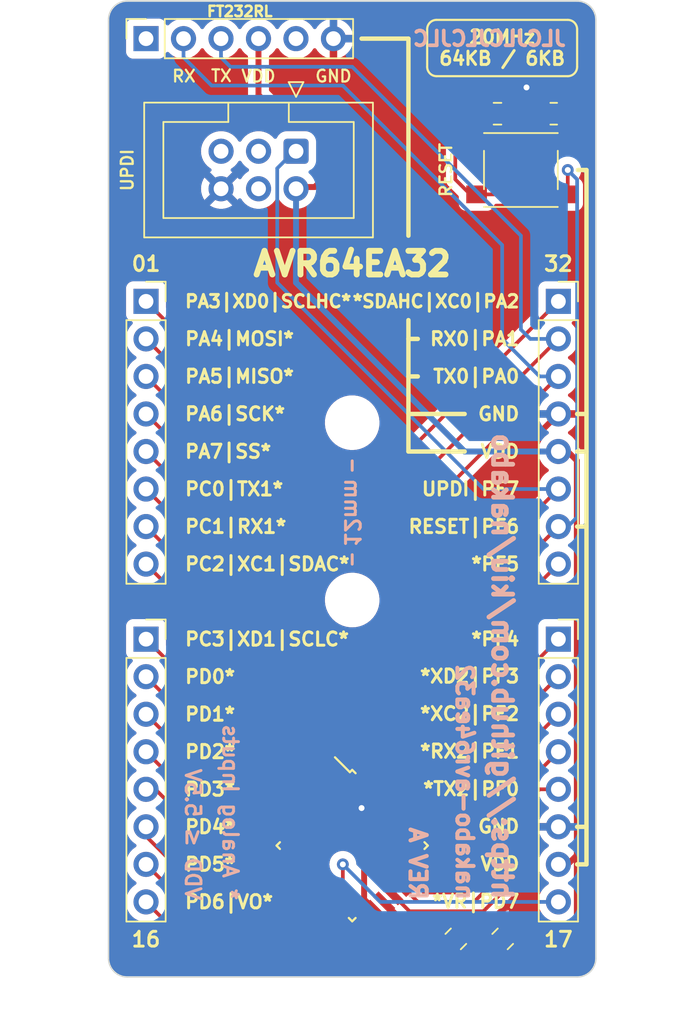
<source format=kicad_pcb>
(kicad_pcb (version 20221018) (generator pcbnew)
  (layers (0 "F.Cu" signal) (31 "B.Cu" signal) (34 "B.Paste" user) (35 "F.Paste" user) (36 "B.SilkS" user "B.Silkscreen") (37 "F.SilkS" user "F.Silkscreen") (38 "B.Mask" user) (39 "F.Mask" user) (44 "Edge.Cuts" user))
  (net 0 "")
  (net 1 "VCC")
  (net 2 "GND")
  (net 3 "PF6_RESET")
  (net 4 "PA3")
  (net 5 "PA4")
  (net 6 "PA5")
  (net 7 "PA6")
  (net 8 "PA7")
  (net 9 "PC0")
  (net 10 "PC1")
  (net 11 "PC2")
  (net 12 "PC3")
  (net 13 "PD1")
  (net 14 "PD2")
  (net 15 "PD3")
  (net 16 "PD4")
  (net 17 "PD5")
  (net 18 "PD6")
  (net 19 "PD7")
  (net 20 "PF0")
  (net 21 "PF1")
  (net 22 "PF2")
  (net 23 "PF3")
  (net 24 "PF4")
  (net 25 "PF5")
  (net 26 "PA0")
  (net 27 "PA1")
  (net 28 "PA2")
  (net 30 "Net-(R1-Pad2)")
  (net 35 "PD0")
  (net 36 "PF7_UPDI")
  (footprint "Connector_PinSocket_2.54mm:PinSocket_1x08_P2.54mm_Vertical" (layer "F.Cu") (at 134.62 96.52)
    (fp_text reference "J1" hide)
    (fp_text value "Conn_01x08")
    (fp_line (start -1.33 1.27) (end -1.33 19.11) (stroke (width 0.12)) (layer "F.SilkS"))
    (fp_line (start -1.33 1.27) (end 1.33 1.27) (stroke (width 0.12)) (layer "F.SilkS"))
    (fp_line (start -1.33 19.11) (end 1.33 19.11) (stroke (width 0.12)) (layer "F.SilkS"))
    (fp_line (start 0 -1.33) (end 1.33 -1.33) (stroke (width 0.12)) (layer "F.SilkS"))
    (fp_line (start 1.33 -1.33) (end 1.33 0) (stroke (width 0.12)) (layer "F.SilkS"))
    (fp_line (start 1.33 1.27) (end 1.33 19.11) (stroke (width 0.12)) (layer "F.SilkS"))
    (pad "1" thru_hole rect (at 0 0) (size 1.7 1.7) (drill 1) (layers "*.Cu" "*.Mask") (net 4 "PA3"))
    (pad "2" thru_hole oval (at 0 2.54) (size 1.7 1.7) (drill 1) (layers "*.Cu" "*.Mask") (net 5 "PA4"))
    (pad "3" thru_hole oval (at 0 5.08) (size 1.7 1.7) (drill 1) (layers "*.Cu" "*.Mask") (net 6 "PA5"))
    (pad "4" thru_hole oval (at 0 7.62) (size 1.7 1.7) (drill 1) (layers "*.Cu" "*.Mask") (net 7 "PA6"))
    (pad "5" thru_hole oval (at 0 10.16) (size 1.7 1.7) (drill 1) (layers "*.Cu" "*.Mask") (net 8 "PA7"))
    (pad "6" thru_hole oval (at 0 12.7) (size 1.7 1.7) (drill 1) (layers "*.Cu" "*.Mask") (net 9 "PC0"))
    (pad "7" thru_hole oval (at 0 15.24) (size 1.7 1.7) (drill 1) (layers "*.Cu" "*.Mask") (net 10 "PC1"))
    (pad "8" thru_hole oval (at 0 17.78) (size 1.7 1.7) (drill 1) (layers "*.Cu" "*.Mask") (net 11 "PC2"))
  )
  (footprint "Connector_IDC:IDC-Header_2x03_P2.54mm_Vertical" (layer "F.Cu") (at 144.785 86.36 -90)
    (fp_text reference "J5" hide)
    (fp_text value "AVR-UPDI-6")
    (fp_line (start -4.68 -0.5) (end -4.68 0.5) (stroke (width 0.12)) (layer "F.SilkS"))
    (fp_line (start -4.68 0.5) (end -3.68 0) (stroke (width 0.12)) (layer "F.SilkS"))
    (fp_line (start -3.68 0) (end -4.68 -0.5) (stroke (width 0.12)) (layer "F.SilkS"))
    (fp_line (start -3.29 -5.21) (end 5.83 -5.21) (stroke (width 0.12)) (layer "F.SilkS"))
    (fp_line (start -3.29 0.49) (end -1.98 0.49) (stroke (width 0.12)) (layer "F.SilkS"))
    (fp_line (start -3.29 10.29) (end -3.29 -5.21) (stroke (width 0.12)) (layer "F.SilkS"))
    (fp_line (start -1.98 -3.91) (end 4.52 -3.91) (stroke (width 0.12)) (layer "F.SilkS"))
    (fp_line (start -1.98 0.49) (end -1.98 -3.91) (stroke (width 0.12)) (layer "F.SilkS"))
    (fp_line (start -1.98 4.59) (end -3.29 4.59) (stroke (width 0.12)) (layer "F.SilkS"))
    (fp_line (start -1.98 4.59) (end -1.98 4.59) (stroke (width 0.12)) (layer "F.SilkS"))
    (fp_line (start -1.98 8.99) (end -1.98 4.59) (stroke (width 0.12)) (layer "F.SilkS"))
    (fp_line (start 4.52 -3.91) (end 4.52 8.99) (stroke (width 0.12)) (layer "F.SilkS"))
    (fp_line (start 4.52 8.99) (end -1.98 8.99) (stroke (width 0.12)) (layer "F.SilkS"))
    (fp_line (start 5.83 -5.21) (end 5.83 10.29) (stroke (width 0.12)) (layer "F.SilkS"))
    (fp_line (start 5.83 10.29) (end -3.29 10.29) (stroke (width 0.12)) (layer "F.SilkS"))
    (pad "1" thru_hole roundrect (at 0 0 270) (size 1.7 1.7) (drill 1) (layers "*.Cu" "*.Mask") (roundrect_rratio 0.1470588235) (net 36 "PF7_UPDI"))
    (pad "2" thru_hole circle (at 2.54 0 270) (size 1.7 1.7) (drill 1) (layers "*.Cu" "*.Mask") (net 1 "VCC"))
    (pad "3" thru_hole circle (at 0 2.54 270) (size 1.7 1.7) (drill 1) (layers "*.Cu" "*.Mask"))
    (pad "4" thru_hole circle (at 2.54 2.54 270) (size 1.7 1.7) (drill 1) (layers "*.Cu" "*.Mask"))
    (pad "5" thru_hole circle (at 0 5.08 270) (size 1.7 1.7) (drill 1) (layers "*.Cu" "*.Mask"))
    (pad "6" thru_hole circle (at 2.54 5.08 270) (size 1.7 1.7) (drill 1) (layers "*.Cu" "*.Mask") (net 2 "GND"))
  )
  (footprint "Capacitor_SMD:C_0805_2012Metric" (layer "F.Cu") (at 158.786751 139.663249 45)
    (fp_text reference "C2" hide)
    (fp_text value "1uF")
    (fp_line (start -0.261252 -0.735) (end 0.261252 -0.735) (stroke (width 0.12)) (layer "F.SilkS"))
    (fp_line (start -0.261252 0.735) (end 0.261252 0.735) (stroke (width 0.12)) (layer "F.SilkS"))
    (pad "1" smd roundrect (at -0.95 0 45) (size 1 1.45) (layers "F.Cu" "F.Paste" "F.Mask") (net 1 "VCC"))
    (pad "2" smd roundrect (at 0.95 0 45) (size 1 1.45) (layers "F.Cu" "F.Paste" "F.Mask") (net 2 "GND"))
  )
  (footprint "Capacitor_SMD:C_0805_2012Metric" (layer "F.Cu") (at 158.435 83.82)
    (fp_text reference "C3" hide)
    (fp_text value "100nF")
    (fp_line (start -0.261252 -0.735) (end 0.261252 -0.735) (stroke (width 0.12)) (layer "F.SilkS"))
    (fp_line (start -0.261252 0.735) (end 0.261252 0.735) (stroke (width 0.12)) (layer "F.SilkS"))
    (pad "1" smd roundrect (at -0.95 0) (size 1 1.45) (layers "F.Cu" "F.Paste" "F.Mask") (net 3 "PF6_RESET"))
    (pad "2" smd roundrect (at 0.95 0) (size 1 1.45) (layers "F.Cu" "F.Paste" "F.Mask") (net 2 "GND"))
  )
  (footprint "MountingHole:MountingHole_3.2mm_M3_DIN965" (layer "F.Cu") (at 148.59 104.73)
    (fp_text reference "H1" hide)
    (fp_text value "MountingHole")
    (pad "" np_thru_hole circle (at 0 0) (size 3.2 3.2) (drill 3.2) (layers "*.Cu" "*.Mask"))
  )
  (footprint "Connector_PinSocket_2.54mm:PinSocket_1x08_P2.54mm_Vertical" (layer "F.Cu") (at 162.56 119.38)
    (fp_text reference "J4" hide)
    (fp_text value "Conn_01x08")
    (fp_line (start -1.33 1.27) (end -1.33 19.11) (stroke (width 0.12)) (layer "F.SilkS"))
    (fp_line (start -1.33 1.27) (end 1.33 1.27) (stroke (width 0.12)) (layer "F.SilkS"))
    (fp_line (start -1.33 19.11) (end 1.33 19.11) (stroke (width 0.12)) (layer "F.SilkS"))
    (fp_line (start 0 -1.33) (end 1.33 -1.33) (stroke (width 0.12)) (layer "F.SilkS"))
    (fp_line (start 1.33 -1.33) (end 1.33 0) (stroke (width 0.12)) (layer "F.SilkS"))
    (fp_line (start 1.33 1.27) (end 1.33 19.11) (stroke (width 0.12)) (layer "F.SilkS"))
    (pad "1" thru_hole rect (at 0 0) (size 1.7 1.7) (drill 1) (layers "*.Cu" "*.Mask") (net 24 "PF4"))
    (pad "2" thru_hole oval (at 0 2.54) (size 1.7 1.7) (drill 1) (layers "*.Cu" "*.Mask") (net 23 "PF3"))
    (pad "3" thru_hole oval (at 0 5.08) (size 1.7 1.7) (drill 1) (layers "*.Cu" "*.Mask") (net 22 "PF2"))
    (pad "4" thru_hole oval (at 0 7.62) (size 1.7 1.7) (drill 1) (layers "*.Cu" "*.Mask") (net 21 "PF1"))
    (pad "5" thru_hole oval (at 0 10.16) (size 1.7 1.7) (drill 1) (layers "*.Cu" "*.Mask") (net 20 "PF0"))
    (pad "6" thru_hole oval (at 0 12.7) (size 1.7 1.7) (drill 1) (layers "*.Cu" "*.Mask") (net 2 "GND"))
    (pad "7" thru_hole oval (at 0 15.24) (size 1.7 1.7) (drill 1) (layers "*.Cu" "*.Mask") (net 1 "VCC"))
    (pad "8" thru_hole oval (at 0 17.78) (size 1.7 1.7) (drill 1) (layers "*.Cu" "*.Mask") (net 19 "PD7"))
  )
  (footprint "Package_QFP:TQFP-32_7x7mm_P0.8mm" (layer "F.Cu") (at 148.59 133.35 -45)
    (fp_text reference "U1" hide)
    (fp_text value "AVR64EA32")
    (fp_line (start -3.625 -3.625) (end -3.625 -3.4) (stroke (width 0.15)) (layer "F.SilkS"))
    (fp_line (start -3.625 -3.625) (end -3.3 -3.625) (stroke (width 0.15)) (layer "F.SilkS"))
    (fp_line (start -3.625 -3.4) (end -5.05 -3.4) (stroke (width 0.15)) (layer "F.SilkS"))
    (fp_line (start -3.625 3.625) (end -3.625 3.3) (stroke (width 0.15)) (layer "F.SilkS"))
    (fp_line (start -3.625 3.625) (end -3.3 3.625) (stroke (width 0.15)) (layer "F.SilkS"))
    (fp_line (start 3.625 -3.625) (end 3.3 -3.625) (stroke (width 0.15)) (layer "F.SilkS"))
    (fp_line (start 3.625 -3.625) (end 3.625 -3.3) (stroke (width 0.15)) (layer "F.SilkS"))
    (fp_line (start 3.625 3.625) (end 3.3 3.625) (stroke (width 0.15)) (layer "F.SilkS"))
    (fp_line (start 3.625 3.625) (end 3.625 3.3) (stroke (width 0.15)) (layer "F.SilkS"))
    (pad "1" smd rect (at -4.25 -2.8 315) (size 1.6 0.55) (layers "F.Cu" "F.Paste" "F.Mask") (net 4 "PA3"))
    (pad "2" smd rect (at -4.25 -2 315) (size 1.6 0.55) (layers "F.Cu" "F.Paste" "F.Mask") (net 5 "PA4"))
    (pad "3" smd rect (at -4.25 -1.2 315) (size 1.6 0.55) (layers "F.Cu" "F.Paste" "F.Mask") (net 6 "PA5"))
    (pad "4" smd rect (at -4.25 -0.4 315) (size 1.6 0.55) (layers "F.Cu" "F.Paste" "F.Mask") (net 7 "PA6"))
    (pad "5" smd rect (at -4.25 0.4 315) (size 1.6 0.55) (layers "F.Cu" "F.Paste" "F.Mask") (net 8 "PA7"))
    (pad "6" smd rect (at -4.25 1.2 315) (size 1.6 0.55) (layers "F.Cu" "F.Paste" "F.Mask") (net 9 "PC0"))
    (pad "7" smd rect (at -4.25 2 315) (size 1.6 0.55) (layers "F.Cu" "F.Paste" "F.Mask") (net 10 "PC1"))
    (pad "8" smd rect (at -4.25 2.8 315) (size 1.6 0.55) (layers "F.Cu" "F.Paste" "F.Mask") (net 11 "PC2"))
    (pad "9" smd rect (at -2.8 4.25 45) (size 1.6 0.55) (layers "F.Cu" "F.Paste" "F.Mask") (net 12 "PC3"))
    (pad "10" smd rect (at -2 4.25 45) (size 1.6 0.55) (layers "F.Cu" "F.Paste" "F.Mask") (net 35 "PD0"))
    (pad "11" smd rect (at -1.2 4.25 45) (size 1.6 0.55) (layers "F.Cu" "F.Paste" "F.Mask") (net 13 "PD1"))
    (pad "12" smd rect (at -0.4 4.25 45) (size 1.6 0.55) (layers "F.Cu" "F.Paste" "F.Mask") (net 14 "PD2"))
    (pad "13" smd rect (at 0.4 4.25 45) (size 1.6 0.55) (layers "F.Cu" "F.Paste" "F.Mask") (net 15 "PD3"))
    (pad "14" smd rect (at 1.2 4.25 45) (size 1.6 0.55) (layers "F.Cu" "F.Paste" "F.Mask") (net 16 "PD4"))
    (pad "15" smd rect (at 2 4.25 45) (size 1.6 0.55) (layers "F.Cu" "F.Paste" "F.Mask") (net 17 "PD5"))
    (pad "16" smd rect (at 2.8 4.25 45) (size 1.6 0.55) (layers "F.Cu" "F.Paste" "F.Mask") (net 18 "PD6"))
    (pad "17" smd rect (at 4.25 2.8 315) (size 1.6 0.55) (layers "F.Cu" "F.Paste" "F.Mask") (net 19 "PD7"))
    (pad "18" smd rect (at 4.25 2 315) (size 1.6 0.55) (layers "F.Cu" "F.Paste" "F.Mask") (net 1 "VCC"))
    (pad "19" smd rect (at 4.25 1.2 315) (size 1.6 0.55) (layers "F.Cu" "F.Paste" "F.Mask") (net 2 "GND"))
    (pad "20" smd rect (at 4.25 0.4 315) (size 1.6 0.55) (layers "F.Cu" "F.Paste" "F.Mask") (net 20 "PF0"))
    (pad "21" smd rect (at 4.25 -0.4 315) (size 1.6 0.55) (layers "F.Cu" "F.Paste" "F.Mask") (net 21 "PF1"))
    (pad "22" smd rect (at 4.25 -1.2 315) (size 1.6 0.55) (layers "F.Cu" "F.Paste" "F.Mask") (net 22 "PF2"))
    (pad "23" smd rect (at 4.25 -2 315) (size 1.6 0.55) (layers "F.Cu" "F.Paste" "F.Mask") (net 23 "PF3"))
    (pad "24" smd rect (at 4.25 -2.8 315) (size 1.6 0.55) (layers "F.Cu" "F.Paste" "F.Mask") (net 24 "PF4"))
    (pad "25" smd rect (at 2.8 -4.25 45) (size 1.6 0.55) (layers "F.Cu" "F.Paste" "F.Mask") (net 25 "PF5"))
    (pad "26" smd rect (at 2 -4.25 45) (size 1.6 0.55) (layers "F.Cu" "F.Paste" "F.Mask") (net 3 "PF6_RESET"))
    (pad "27" smd rect (at 1.2 -4.25 45) (size 1.6 0.55) (layers "F.Cu" "F.Paste" "F.Mask") (net 36 "PF7_UPDI"))
    (pad "28" smd rect (at 0.4 -4.25 45) (size 1.6 0.55) (layers "F.Cu" "F.Paste" "F.Mask") (net 1 "VCC"))
    (pad "29" smd rect (at -0.4 -4.25 45) (size 1.6 0.55) (layers "F.Cu" "F.Paste" "F.Mask") (net 2 "GND"))
    (pad "30" smd rect (at -1.2 -4.25 45) (size 1.6 0.55) (layers "F.Cu" "F.Paste" "F.Mask") (net 26 "PA0"))
    (pad "31" smd rect (at -2 -4.25 45) (size 1.6 0.55) (layers "F.Cu" "F.Paste" "F.Mask") (net 27 "PA1"))
    (pad "32" smd rect (at -2.8 -4.25 45) (size 1.6 0.55) (layers "F.Cu" "F.Paste" "F.Mask") (net 28 "PA2"))
  )
  (footprint "MountingHole:MountingHole_3.2mm_M3_DIN965" (layer "F.Cu") (at 148.59 116.73)
    (fp_text reference "H2" hide)
    (fp_text value "MountingHole")
    (pad "" np_thru_hole circle (at 0 0) (size 3.2 3.2) (drill 3.2) (layers "*.Cu" "*.Mask"))
  )
  (footprint "Capacitor_SMD:C_0805_2012Metric" (layer "F.Cu") (at 155.611751 139.663249 45)
    (fp_text reference "C1" hide)
    (fp_text value "100nF")
    (fp_line (start -0.261252 -0.735) (end 0.261252 -0.735) (stroke (width 0.12)) (layer "F.SilkS"))
    (fp_line (start -0.261252 0.735) (end 0.261252 0.735) (stroke (width 0.12)) (layer "F.SilkS"))
    (pad "1" smd roundrect (at -0.95 0 45) (size 1 1.45) (layers "F.Cu" "F.Paste" "F.Mask") (net 1 "VCC"))
    (pad "2" smd roundrect (at 0.95 0 45) (size 1 1.45) (layers "F.Cu" "F.Paste" "F.Mask") (net 2 "GND"))
  )
  (footprint "Connector_PinSocket_2.54mm:PinSocket_1x08_P2.54mm_Vertical" (layer "F.Cu") (at 134.62 119.38)
    (fp_text reference "J3" hide)
    (fp_text value "Conn_01x08")
    (fp_line (start -1.33 1.27) (end -1.33 19.11) (stroke (width 0.12)) (layer "F.SilkS"))
    (fp_line (start -1.33 1.27) (end 1.33 1.27) (stroke (width 0.12)) (layer "F.SilkS"))
    (fp_line (start -1.33 19.11) (end 1.33 19.11) (stroke (width 0.12)) (layer "F.SilkS"))
    (fp_line (start 0 -1.33) (end 1.33 -1.33) (stroke (width 0.12)) (layer "F.SilkS"))
    (fp_line (start 1.33 -1.33) (end 1.33 0) (stroke (width 0.12)) (layer "F.SilkS"))
    (fp_line (start 1.33 1.27) (end 1.33 19.11) (stroke (width 0.12)) (layer "F.SilkS"))
    (pad "1" thru_hole rect (at 0 0) (size 1.7 1.7) (drill 1) (layers "*.Cu" "*.Mask") (net 12 "PC3"))
    (pad "2" thru_hole oval (at 0 2.54) (size 1.7 1.7) (drill 1) (layers "*.Cu" "*.Mask") (net 35 "PD0"))
    (pad "3" thru_hole oval (at 0 5.08) (size 1.7 1.7) (drill 1) (layers "*.Cu" "*.Mask") (net 13 "PD1"))
    (pad "4" thru_hole oval (at 0 7.62) (size 1.7 1.7) (drill 1) (layers "*.Cu" "*.Mask") (net 14 "PD2"))
    (pad "5" thru_hole oval (at 0 10.16) (size 1.7 1.7) (drill 1) (layers "*.Cu" "*.Mask") (net 15 "PD3"))
    (pad "6" thru_hole oval (at 0 12.7) (size 1.7 1.7) (drill 1) (layers "*.Cu" "*.Mask") (net 16 "PD4"))
    (pad "7" thru_hole oval (at 0 15.24) (size 1.7 1.7) (drill 1) (layers "*.Cu" "*.Mask") (net 17 "PD5"))
    (pad "8" thru_hole oval (at 0 17.78) (size 1.7 1.7) (drill 1) (layers "*.Cu" "*.Mask") (net 18 "PD6"))
  )
  (footprint "kiu:SW_Push_1P1T_NO_4.5x4.5mm" (layer "F.Cu") (at 160.02 87.63 180)
    (fp_text reference "SW1" hide)
    (fp_text value "SW_Push")
    (fp_line (start -2.5 -2.5) (end 2.5 -2.5) (stroke (width 0.12)) (layer "F.SilkS"))
    (fp_line (start -2.5 -1.3) (end -2.5 1.3) (stroke (width 0.12)) (layer "F.SilkS"))
    (fp_line (start -2.5 2.5) (end 2.5 2.5) (stroke (width 0.12)) (layer "F.SilkS"))
    (fp_line (start 2.5 -1.3) (end 2.5 1.3) (stroke (width 0.12)) (layer "F.SilkS"))
    (pad "1" smd rect (at -3 -1.65 180) (size 1.4 1.2) (layers "F.Cu" "F.Paste" "F.Mask") (net 3 "PF6_RESET"))
    (pad "1" smd rect (at 3 -1.65 180) (size 1.4 1.2) (layers "F.Cu" "F.Paste" "F.Mask") (net 3 "PF6_RESET"))
    (pad "2" smd rect (at -3 1.65 180) (size 1.4 1.2) (layers "F.Cu" "F.Paste" "F.Mask") (net 30 "Net-(R1-Pad2)"))
    (pad "2" smd rect (at 3 1.65 180) (size 1.4 1.2) (layers "F.Cu" "F.Paste" "F.Mask") (net 30 "Net-(R1-Pad2)"))
  )
  (footprint "Connector_PinSocket_2.54mm:PinSocket_1x06_P2.54mm_Vertical" (layer "F.Cu") (at 134.62 78.74 90)
    (fp_text reference "J6" hide)
    (fp_text value "Conn_01x06")
    (fp_line (start -1.33 1.27) (end -1.33 14.03) (stroke (width 0.12)) (layer "F.SilkS"))
    (fp_line (start -1.33 1.27) (end 1.33 1.27) (stroke (width 0.12)) (layer "F.SilkS"))
    (fp_line (start -1.33 14.03) (end 1.33 14.03) (stroke (width 0.12)) (layer "F.SilkS"))
    (fp_line (start 0 -1.33) (end 1.33 -1.33) (stroke (width 0.12)) (layer "F.SilkS"))
    (fp_line (start 1.33 -1.33) (end 1.33 0) (stroke (width 0.12)) (layer "F.SilkS"))
    (fp_line (start 1.33 1.27) (end 1.33 14.03) (stroke (width 0.12)) (layer "F.SilkS"))
    (pad "1" thru_hole rect (at 0 0 90) (size 1.7 1.7) (drill 1) (layers "*.Cu" "*.Mask"))
    (pad "2" thru_hole oval (at 0 2.54 90) (size 1.7 1.7) (drill 1) (layers "*.Cu" "*.Mask") (net 26 "PA0"))
    (pad "3" thru_hole oval (at 0 5.08 90) (size 1.7 1.7) (drill 1) (layers "*.Cu" "*.Mask") (net 27 "PA1"))
    (pad "4" thru_hole oval (at 0 7.62 90) (size 1.7 1.7) (drill 1) (layers "*.Cu" "*.Mask") (net 1 "VCC"))
    (pad "5" thru_hole oval (at 0 10.16 90) (size 1.7 1.7) (drill 1) (layers "*.Cu" "*.Mask"))
    (pad "6" thru_hole oval (at 0 12.7 90) (size 1.7 1.7) (drill 1) (layers "*.Cu" "*.Mask") (net 2 "GND"))
  )
  (footprint "Connector_PinSocket_2.54mm:PinSocket_1x08_P2.54mm_Vertical" (layer "F.Cu") (at 162.56 96.52)
    (fp_text reference "J2" hide)
    (fp_text value "Conn_01x08")
    (fp_line (start -1.33 1.27) (end -1.33 19.11) (stroke (width 0.12)) (layer "F.SilkS"))
    (fp_line (start -1.33 1.27) (end 1.33 1.27) (stroke (width 0.12)) (layer "F.SilkS"))
    (fp_line (start -1.33 19.11) (end 1.33 19.11) (stroke (width 0.12)) (layer "F.SilkS"))
    (fp_line (start 0 -1.33) (end 1.33 -1.33) (stroke (width 0.12)) (layer "F.SilkS"))
    (fp_line (start 1.33 -1.33) (end 1.33 0) (stroke (width 0.12)) (layer "F.SilkS"))
    (fp_line (start 1.33 1.27) (end 1.33 19.11) (stroke (width 0.12)) (layer "F.SilkS"))
    (pad "1" thru_hole rect (at 0 0) (size 1.7 1.7) (drill 1) (layers "*.Cu" "*.Mask") (net 28 "PA2"))
    (pad "2" thru_hole oval (at 0 2.54) (size 1.7 1.7) (drill 1) (layers "*.Cu" "*.Mask") (net 27 "PA1"))
    (pad "3" thru_hole oval (at 0 5.08) (size 1.7 1.7) (drill 1) (layers "*.Cu" "*.Mask") (net 26 "PA0"))
    (pad "4" thru_hole oval (at 0 7.62) (size 1.7 1.7) (drill 1) (layers "*.Cu" "*.Mask") (net 2 "GND"))
    (pad "5" thru_hole oval (at 0 10.16) (size 1.7 1.7) (drill 1) (layers "*.Cu" "*.Mask") (net 1 "VCC"))
    (pad "6" thru_hole oval (at 0 12.7) (size 1.7 1.7) (drill 1) (layers "*.Cu" "*.Mask") (net 36 "PF7_UPDI"))
    (pad "7" thru_hole oval (at 0 15.24) (size 1.7 1.7) (drill 1) (layers "*.Cu" "*.Mask") (net 3 "PF6_RESET"))
    (pad "8" thru_hole oval (at 0 17.78) (size 1.7 1.7) (drill 1) (layers "*.Cu" "*.Mask") (net 25 "PF5"))
  )
  (footprint "Resistor_SMD:R_0805_2012Metric" (layer "F.Cu") (at 162.245 83.82)
    (fp_text reference "R1" hide)
    (fp_text value "330R")
    (fp_line (start -0.227064 -0.735) (end 0.227064 -0.735) (stroke (width 0.12)) (layer "F.SilkS"))
    (fp_line (start -0.227064 0.735) (end 0.227064 0.735) (stroke (width 0.12)) (layer "F.SilkS"))
    (pad "1" smd roundrect (at -0.9125 0) (size 1.025 1.4) (layers "F.Cu" "F.Paste" "F.Mask") (roundrect_rratio 0.243902439) (net 2 "GND"))
    (pad "2" smd roundrect (at 0.9125 0) (size 1.025 1.4) (layers "F.Cu" "F.Paste" "F.Mask") (roundrect_rratio 0.243902439) (net 30 "Net-(R1-Pad2)"))
  )
  (gr_line (start 148.59 113.665) (end 148.59 114.3) (stroke (width 0.2)) (layer "B.SilkS"))
  (gr_line (start 148.59 107.315) (end 148.59 107.95) (stroke (width 0.2)) (layer "B.SilkS"))
  (gr_line (start 152.4 101.6) (end 153.035 101.6) (stroke (width 0.3)) (layer "F.SilkS"))
  (gr_arc (start 154.305 81.28) (mid 153.855987 81.094013) (end 153.67 80.645) (stroke (width 0.15)) (layer "F.SilkS"))
  (gr_line (start 164.465 132.08) (end 163.83 132.08) (stroke (width 0.3)) (layer "F.SilkS"))
  (gr_line (start 163.83 106.68) (end 164.465 106.68) (stroke (width 0.3)) (layer "F.SilkS"))
  (gr_line (start 164.465 104.14) (end 163.83 104.14) (stroke (width 0.3)) (layer "F.SilkS"))
  (gr_arc (start 153.67 78.105) (mid 153.855987 77.655987) (end 154.305 77.47) (stroke (width 0.15)) (layer "F.SilkS"))
  (gr_line (start 152.4 99.06) (end 152.4 101.6) (stroke (width 0.3)) (layer "F.SilkS"))
  (gr_line (start 163.83 78.105) (end 163.83 80.645) (stroke (width 0.15)) (layer "F.SilkS"))
  (gr_line (start 152.4 104.14) (end 156.21 104.14) (stroke (width 0.3)) (layer "F.SilkS"))
  (gr_line (start 154.305 77.47) (end 163.195 77.47) (stroke (width 0.15)) (layer "F.SilkS"))
  (gr_arc (start 163.83 80.645) (mid 163.644013 81.094013) (end 163.195 81.28) (stroke (width 0.15)) (layer "F.SilkS"))
  (gr_line (start 164.465 87.63) (end 163.885 87.63) (stroke (width 0.3)) (layer "F.SilkS"))
  (gr_line (start 152.4 106.68) (end 156.21 106.68) (stroke (width 0.3)) (layer "F.SilkS"))
  (gr_line (start 164.465 106.68) (end 164.465 104.14) (stroke (width 0.3)) (layer "F.SilkS"))
  (gr_line (start 163.83 111.76) (end 164.465 111.76) (stroke (width 0.3)) (layer "F.SilkS"))
  (gr_line (start 152.4 101.6) (end 152.4 106.68) (stroke (width 0.3)) (layer "F.SilkS"))
  (gr_line (start 152.4 99.06) (end 152.4 97.79) (stroke (width 0.3)) (layer "F.SilkS"))
  (gr_line (start 149.225 78.74) (end 152.4 78.74) (stroke (width 0.3)) (layer "F.SilkS"))
  (gr_line (start 164.465 106.68) (end 164.465 134.62) (stroke (width 0.3)) (layer "F.SilkS"))
  (gr_line (start 164.465 134.62) (end 163.83 134.62) (stroke (width 0.3)) (layer "F.SilkS"))
  (gr_line (start 164.465 104.14) (end 164.465 87.63) (stroke (width 0.3)) (layer "F.SilkS"))
  (gr_arc (start 163.195 77.47) (mid 163.644013 77.655987) (end 163.83 78.105) (stroke (width 0.15)) (layer "F.SilkS"))
  (gr_line (start 152.4 92.075) (end 152.4 78.74) (stroke (width 0.3)) (layer "F.SilkS"))
  (gr_line (start 163.195 81.28) (end 154.305 81.28) (stroke (width 0.15)) (layer "F.SilkS"))
  (gr_line (start 153.67 80.645) (end 153.67 78.105) (stroke (width 0.15)) (layer "F.SilkS"))
  (gr_line (start 153.035 99.06) (end 152.4 99.06) (stroke (width 0.3)) (layer "F.SilkS"))
  (gr_arc (start 165.1 140.97) (mid 164.728026 141.868026) (end 163.83 142.24) (stroke (width 0.1)) (layer "Edge.Cuts"))
  (gr_line (start 132.08 77.47) (end 132.08 140.969999) (stroke (width 0.1)) (layer "Edge.Cuts"))
  (gr_arc (start 133.35 142.239999) (mid 132.451975 141.868025) (end 132.08 140.969999) (stroke (width 0.1)) (layer "Edge.Cuts"))
  (gr_arc (start 163.83 76.2) (mid 164.728026 76.571974) (end 165.1 77.47) (stroke (width 0.1)) (layer "Edge.Cuts"))
  (gr_line (start 133.35 142.239999) (end 163.83 142.24) (stroke (width 0.1)) (layer "Edge.Cuts"))
  (gr_line (start 163.83 76.2) (end 133.35 76.2) (stroke (width 0.1)) (layer "Edge.Cuts"))
  (gr_line (start 165.1 140.97) (end 165.1 77.47) (stroke (width 0.1)) (layer "Edge.Cuts"))
  (gr_arc (start 132.08 77.47) (mid 132.451974 76.571974) (end 133.35 76.2) (stroke (width 0.1)) (layer "Edge.Cuts"))
  (gr_text "https://github.com/kiu/nakabo" (at 158.75 137.16 270) (layer "B.SilkS") (effects (font (size 1.3 1.3) (thickness 0.325)) (justify left mirror)))
  (gr_text "12mm" (at 148.59 110.8075 270) (layer "B.SilkS") (effects (font (size 1 1) (thickness 0.2) bold) (justify mirror)))
  (gr_text "VDD ≤ 5.5V" (at 137.795 137.16 270) (layer "B.SilkS") (effects (font (size 1 1) (thickness 0.2)) (justify left mirror)))
  (gr_text "* Analog Inputs" (at 140.335 137.16 270) (layer "B.SilkS") (effects (font (size 1 1) (thickness 0.2)) (justify left mirror)))
  (gr_text "nakabo-avr64ea32" (at 156.21 137.16 270) (layer "B.SilkS") (effects (font (size 1.1 1.1) (thickness 0.275)) (justify left mirror)))
  (gr_text "JLCJLCJLCJLC" (at 163.195 78.74) (layer "B.SilkS") (effects (font (size 1 1) (thickness 0.25) bold) (justify left mirror)))
  (gr_text "REV A" (at 153.035 137.16 270) (layer "B.SilkS") (effects (font (size 1.1 1.1) (thickness 0.275)) (justify left mirror)))
  (gr_text "VDD" (at 142.24 81.28) (layer "F.SilkS") (effects (font (size 0.8 0.8))))
  (gr_text "GND" (at 160.02 132.05) (layer "F.SilkS") (effects (font (size 0.9 0.9) (thickness 0.2)) (justify right)))
  (gr_text "20MHz\n64KB / 6KB\n" (at 158.75 78.105) (layer "F.SilkS") (effects (font (size 0.9 0.9) (thickness 0.2)) (justify top)))
  (gr_text "PC3|XD1|SCLC*" (at 137.16 119.38) (layer "F.SilkS") (effects (font (size 0.9 0.9) (thickness 0.2)) (justify left)))
  (gr_text "PA6|SCK*" (at 137.16 104.14) (layer "F.SilkS") (effects (font (size 0.9 0.9) (thickness 0.2)) (justify left)))
  (gr_text "RX0|PA1" (at 160.02 99.06) (layer "F.SilkS") (effects (font (size 0.9 0.9) (thickness 0.2)) (justify right)))
  (gr_text "PD3*" (at 137.16 129.54) (layer "F.SilkS") (effects (font (size 0.9 0.9) (thickness 0.2)) (justify left)))
  (gr_text "PA5|MISO*" (at 137.16 101.6) (layer "F.SilkS") (effects (font (size 0.9 0.9) (thickness 0.2)) (justify left)))
  (gr_text "UPDI|PF7" (at 160.02 109.22) (layer "F.SilkS") (effects (font (size 0.9 0.9) (thickness 0.2)) (justify right)))
  (gr_text "PD1*" (at 137.16 124.46) (layer "F.SilkS") (effects (font (size 0.9 0.9) (thickness 0.2)) (justify left)))
  (gr_text "PA3|XD0|SCLHC*" (at 137.16 96.52) (layer "F.SilkS") (effects (font (size 0.85 0.85) (thickness 0.2)) (justify left)))
  (gr_text "17" (at 162.56 139.7) (layer "F.SilkS") (effects (font (size 1 1) (thickness 0.2))))
  (gr_text "RESET" (at 154.94 87.63 90) (layer "F.SilkS") (effects (font (size 0.8 0.8) (thickness 0.16) bold)))
  (gr_text "GND" (at 160.02 104.14) (layer "F.SilkS") (effects (font (size 0.9 0.9) (thickness 0.2)) (justify right)))
  (gr_text "*TX2|PF0" (at 160.02 129.51) (layer "F.SilkS") (effects (font (size 0.9 0.9) (thickness 0.2)) (justify right)))
  (gr_text "TX0|PA0" (at 160.02 101.6) (layer "F.SilkS") (effects (font (size 0.9 0.9) (thickness 0.2)) (justify right)))
  (gr_text "PD0*" (at 137.16 121.92) (layer "F.SilkS") (effects (font (size 0.9 0.9) (thickness 0.2)) (justify left)))
  (gr_text "PC1|RX1*" (at 137.16 111.76) (layer "F.SilkS") (effects (font (size 0.9 0.9) (thickness 0.2)) (justify left)))
  (gr_text "RX" (at 137.185 81.28) (layer "F.SilkS") (effects (font (size 0.8 0.8))))
  (gr_text "*XC2|PF2" (at 160.02 124.43) (layer "F.SilkS") (effects (font (size 0.9 0.9) (thickness 0.2)) (justify right)))
  (gr_text "RESET|PF6" (at 160.02 111.76) (layer "F.SilkS") (effects (font (size 0.9 0.9) (thickness 0.2)) (justify right)))
  (gr_text "32" (at 162.56 93.98) (layer "F.SilkS") (effects (font (size 1 1) (thickness 0.2))))
  (gr_text "PC2|XC1|SDAC*" (at 137.16 114.3) (layer "F.SilkS") (effects (font (size 0.9 0.9) (thickness 0.2)) (justify left)))
  (gr_text "FT232RL" (at 140.97 76.9) (layer "F.SilkS") (effects (font (size 0.7 0.7) (thickness 0.175) bold)))
  (gr_text "*XD2|PF3" (at 160.02 121.89) (layer "F.SilkS") (effects (font (size 0.9 0.9) (thickness 0.2)) (justify right)))
  (gr_text "UPDI" (at 133.35 87.63 90) (layer "F.SilkS") (effects (font (size 0.8 0.8) (thickness 0.16) bold)))
  (gr_text "*SDAHC|XC0|PA2" (at 160.02 96.52) (layer "F.SilkS") (effects (font (size 0.85 0.85) (thickness 0.2)) (justify right)))
  (gr_text "01" (at 134.62 93.98) (layer "F.SilkS") (effects (font (size 1 1) (thickness 0.2))))
  (gr_text "TX" (at 139.725 81.255) (layer "F.SilkS") (effects (font (size 0.8 0.8))))
  (gr_text "AVR64EA32" (at 148.59 93.98) (layer "F.SilkS") (effects (font (size 1.6 1.6) (thickness 0.4))))
  (gr_text "*PF5" (at 160.02 114.3) (layer "F.SilkS") (effects (font (size 0.9 0.9) (thickness 0.2)) (justify right)))
  (gr_text "16" (at 134.62 139.7) (layer "F.SilkS") (effects (font (size 1 1) (thickness 0.2))))
  (gr_text "PA4|MOSI*" (at 137.16 99.06) (layer "F.SilkS") (effects (font (size 0.9 0.9) (thickness 0.2)) (justify left)))
  (gr_text "*PF4" (at 160.02 119.38) (layer "F.SilkS") (effects (font (size 0.9 0.9) (thickness 0.2)) (justify right)))
  (gr_text "*VR|PD7" (at 160.02 137.13) (layer "F.SilkS") (effects (font (size 0.9 0.9) (thickness 0.2)) (justify right)))
  (gr_text "PA7|SS*" (at 137.16 106.68) (layer "F.SilkS") (effects (font (size 0.9 0.9) (thickness 0.2)) (justify left)))
  (gr_text "*RX2|PF1" (at 160.02 126.97) (layer "F.SilkS") (effects (font (size 0.9 0.9) (thickness 0.2)) (justify right)))
  (gr_text "PD6|VO*" (at 137.16 137.16) (layer "F.SilkS") (effects (font (size 0.9 0.9) (thickness 0.2)) (justify left)))
  (gr_text "PD4*" (at 137.16 132.08) (layer "F.SilkS") (effects (font (size 0.9 0.9) (thickness 0.2)) (justify left)))
  (gr_text "VDD" (at 160.02 134.59) (layer "F.SilkS") (effects (font (size 0.9 0.9) (thickness 0.2)) (justify right)))
  (gr_text "PC0|TX1*" (at 137.16 109.22) (layer "F.SilkS") (effects (font (size 0.9 0.9) (thickness 0.2)) (justify left)))
  (gr_text "PD5*" (at 137.16 134.62) (layer "F.SilkS") (effects (font (size 0.9 0.9) (thickness 0.2)) (justify left)))
  (gr_text "VDD" (at 160.02 106.68) (layer "F.SilkS") (effects (font (size 0.9 0.9) (thickness 0.2)) (justify right)))
  (gr_text "PD2*" (at 137.16 127) (layer "F.SilkS") (effects (font (size 0.9 0.9) (thickness 0.2)) (justify left)))
  (gr_text "GND" (at 147.32 81.28) (layer "F.SilkS") (effects (font (size 0.8 0.8))))
  (segment (start 149.398287 133.107399) (end 151.878047 130.627639) (width 0.4) (layer "F.Cu") (net 1))
  (segment (start 154.268249 140.371751) (end 157.443249 140.371751) (width 0.4) (layer "F.Cu") (net 1))
  (segment (start 146.685 84.455) (end 146.685 88.1475) (width 0.4) (layer "F.Cu") (net 1))
  (segment (start 143.51 83.82) (end 146.05 83.82) (width 0.4) (layer "F.Cu") (net 1))
  (segment (start 162.56 134.62) (end 163.195 134.62) (width 0.4) (layer "F.Cu") (net 1))
  (segment (start 163.81 134.005) (end 163.81 139.085) (width 0.4) (layer "F.Cu") (net 1))
  (segment (start 146.05 83.82) (end 146.685 84.455) (width 0.4) (layer "F.Cu") (net 1))
  (segment (start 146.05 88.7825) (end 144.785 88.7825) (width 0.4) (layer "F.Cu") (net 1))
  (segment (start 163.81 134.005) (end 163.81 107.295) (width 0.4) (layer "F.Cu") (net 1))
  (segment (start 152.783324 140.371751) (end 154.268249 140.371751) (width 0.4) (layer "F.Cu") (net 1))
  (segment (start 163.195 106.68) (end 162.56 106.68) (width 0.4) (layer "F.Cu") (net 1))
  (segment (start 163.81 139.085) (end 162.56 140.335) (width 0.4) (layer "F.Cu") (net 1))
  (segment (start 163.81 107.295) (end 163.195 106.68) (width 0.4) (layer "F.Cu") (net 1))
  (segment (start 157.48 140.335) (end 157.443249 140.371751) (width 0.4) (layer "F.Cu") (net 1))
  (segment (start 163.195 134.62) (end 163.81 134.005) (width 0.4) (layer "F.Cu") (net 1))
  (segment (start 146.685 88.1475) (end 146.05 88.7825) (width 0.4) (layer "F.Cu") (net 1))
  (segment (start 142.24 82.55) (end 143.51 83.82) (width 0.4) (layer "F.Cu") (net 1))
  (segment (start 142.24 78.74) (end 142.24 82.55) (width 0.4) (layer "F.Cu") (net 1))
  (segment (start 150.18099 137.769417) (end 152.783324 140.371751) (width 0.4) (layer "F.Cu") (net 1))
  (segment (start 162.56 140.335) (end 157.48 140.335) (width 0.4) (layer "F.Cu") (net 1))
  (segment (start 149.398287 136.986713) (end 149.398287 133.107399) (width 0.4) (layer "F.Cu") (net 1))
  (segment (start 150.18099 137.769417) (end 149.398287 136.986713) (width 0.4) (layer "F.Cu") (net 1))
  (segment (start 144.785 88.7825) (end 144.785 93.985) (width 0.4) (layer "B.Cu") (net 1))
  (segment (start 156.21 106.68) (end 144.78 95.25) (width 0.4) (layer "B.Cu") (net 1))
  (segment (start 144.78 93.99) (end 144.785 93.985) (width 0.4) (layer "B.Cu") (net 1))
  (segment (start 144.78 95.25) (end 144.78 93.99) (width 0.4) (layer "B.Cu") (net 1))
  (segment (start 162.56 106.68) (end 156.21 106.68) (width 0.4) (layer "B.Cu") (net 1))
  (segment (start 150.564314 130.81) (end 149.225 130.81) (width 0.4) (layer "F.Cu") (net 2))
  (segment (start 160.655 132.715) (end 160.655 138.43) (width 0.4) (layer "F.Cu") (net 2))
  (segment (start 150.746676 137.203732) (end 152.571193 139.028249) (width 0.4) (layer "F.Cu") (net 2))
  (segment (start 161.29 132.08) (end 162.56 132.08) (width 0.4) (layer "F.Cu") (net 2))
  (segment (start 153.924 112.776) (end 153.924 127.450314) (width 0.4) (layer "F.Cu") (net 2))
  (segment (start 160.056751 139.028249) (end 158.786751 139.028249) (width 0.4) (layer "F.Cu") (net 2))
  (segment (start 152.571193 139.028249) (end 155.611751 139.028249) (width 0.4) (layer "F.Cu") (net 2))
  (segment (start 161.29 132.08) (end 160.655 132.715) (width 0.4) (layer "F.Cu") (net 2))
  (segment (start 162.56 104.14) (end 153.924 112.776) (width 0.4) (layer "F.Cu") (net 2))
  (segment (start 153.924 127.450314) (end 151.312361 130.061953) (width 0.4) (layer "F.Cu") (net 2))
  (segment (start 155.611751 139.028249) (end 158.786751 139.028249) (width 0.4) (layer "F.Cu") (net 2))
  (segment (start 151.312361 130.061953) (end 150.564314 130.81) (width 0.4) (layer "F.Cu") (net 2))
  (segment (start 160.655 138.43) (end 160.056751 139.028249) (width 0.4) (layer "F.Cu") (net 2))
  (via (at 149.225 130.81) (size 0.8) (drill 0.4) (layers "F.Cu" "B.Cu") (net 2))
  (via (at 160.401 82.042) (size 0.8) (drill 0.4) (layers "F.Cu" "B.Cu") (net 2))
  (segment (start 150.495 132.08) (end 162.56 132.08) (width 0.4) (layer "B.Cu") (net 2))
  (segment (start 149.225 130.81) (end 150.495 132.08) (width 0.4) (layer "B.Cu") (net 2))
  (segment (start 155.575 88.265) (end 156.59 89.28) (width 0.25) (layer "F.Cu") (net 3))
  (segment (start 162.56 111.76) (end 155.575 118.745) (width 0.25) (layer "F.Cu") (net 3))
  (segment (start 155.575 84.455) (end 155.575 88.265) (width 0.25) (layer "F.Cu") (net 3))
  (segment (start 156.21 83.82) (end 155.575 84.455) (width 0.25) (layer "F.Cu") (net 3))
  (segment (start 156.59 89.28) (end 157.02 89.28) (width 0.25) (layer "F.Cu") (net 3))
  (segment (start 157.02 89.28) (end 163.02 89.28) (width 0.25) (layer "F.Cu") (net 3))
  (segment (start 155.575 118.745) (end 155.575 129.193427) (width 0.25) (layer "F.Cu") (net 3))
  (segment (start 163.195 89.105) (end 163.02 89.28) (width 0.25) (layer "F.Cu") (net 3))
  (segment (start 157.485 83.82) (end 156.21 83.82) (width 0.25) (layer "F.Cu") (net 3))
  (segment (start 163.195 87.63) (end 163.195 89.105) (width 0.25) (layer "F.Cu") (net 3))
  (segment (start 155.575 129.193427) (end 153.009417 131.75901) (width 0.25) (layer "F.Cu") (net 3))
  (via (at 163.195 87.63) (size 0.8) (drill 0.4) (layers "F.Cu" "B.Cu") (net 3))
  (segment (start 163.83 111.125) (end 163.83 90.17) (width 0.25) (layer "B.Cu") (net 3))
  (segment (start 162.56 111.76) (end 163.195 111.76) (width 0.25) (layer "B.Cu") (net 3))
  (segment (start 163.195 111.76) (end 163.83 111.125) (width 0.25) (layer "B.Cu") (net 3))
  (segment (start 163.83 90.17) (end 163.83 88.265) (width 0.25) (layer "B.Cu") (net 3))
  (segment (start 163.83 88.265) (end 163.195 87.63) (width 0.25) (layer "B.Cu") (net 3))
  (segment (start 134.62 96.52) (end 145.415 107.315) (width 0.25) (layer "F.Cu") (net 4))
  (segment (start 145.415 126.238) (end 147.541897 128.364897) (width 0.25) (layer "F.Cu") (net 4))
  (segment (start 147.541897 128.364897) (end 147.564695 128.364897) (width 0.25) (layer "F.Cu") (net 4))
  (segment (start 145.415 107.315) (end 145.415 126.238) (width 0.25) (layer "F.Cu") (net 4))
  (segment (start 134.62 99.06) (end 144.78 109.22) (width 0.25) (layer "F.Cu") (net 5))
  (segment (start 144.78 109.22) (end 144.78 126.711573) (width 0.25) (layer "F.Cu") (net 5))
  (segment (start 144.78 126.711573) (end 146.99901 128.930583) (width 0.25) (layer "F.Cu") (net 5))
  (segment (start 144.145 127.207944) (end 146.433324 129.496268) (width 0.25) (layer "F.Cu") (net 6))
  (segment (start 144.145 111.125) (end 144.145 127.207944) (width 0.25) (layer "F.Cu") (net 6))
  (segment (start 134.62 101.6) (end 144.145 111.125) (width 0.25) (layer "F.Cu") (net 6))
  (segment (start 143.51 127.704314) (end 145.867639 130.061953) (width 0.25) (layer "F.Cu") (net 7))
  (segment (start 134.62 104.14) (end 143.51 113.03) (width 0.25) (layer "F.Cu") (net 7))
  (segment (start 143.51 113.03) (end 143.51 127.704314) (width 0.25) (layer "F.Cu") (net 7))
  (segment (start 134.62 106.68) (end 142.875 114.935) (width 0.25) (layer "F.Cu") (net 8))
  (segment (start 142.875 128.200686) (end 145.301953 130.627639) (width 0.25) (layer "F.Cu") (net 8))
  (segment (start 142.875 114.935) (end 142.875 128.200686) (width 0.25) (layer "F.Cu") (net 8))
  (segment (start 142.24 128.697056) (end 144.736268 131.193324) (width 0.25) (layer "F.Cu") (net 9))
  (segment (start 142.24 116.84) (end 142.24 128.697056) (width 0.25) (layer "F.Cu") (net 9))
  (segment (start 134.62 109.22) (end 142.24 116.84) (width 0.25) (layer "F.Cu") (net 9))
  (segment (start 141.605 129.193427) (end 144.170583 131.75901) (width 0.25) (layer "F.Cu") (net 10))
  (segment (start 141.605 118.745) (end 141.605 129.193427) (width 0.25) (layer "F.Cu") (net 10))
  (segment (start 134.62 111.76) (end 141.605 118.745) (width 0.25) (layer "F.Cu") (net 10))
  (segment (start 140.97 129.689798) (end 143.604897 132.324695) (width 0.25) (layer "F.Cu") (net 11))
  (segment (start 140.97 120.65) (end 140.97 129.689798) (width 0.25) (layer "F.Cu") (net 11))
  (segment (start 134.62 114.3) (end 140.97 120.65) (width 0.25) (layer "F.Cu") (net 11))
  (segment (start 134.62 119.38) (end 140.335 125.095) (width 0.25) (layer "F.Cu") (net 12))
  (segment (start 140.335 131.105408) (end 143.604897 134.375305) (width 0.25) (layer "F.Cu") (net 12))
  (segment (start 140.335 125.095) (end 140.335 131.105408) (width 0.25) (layer "F.Cu") (net 12))
  (segment (start 143.717944 136.525) (end 144.736268 135.506676) (width 0.25) (layer "F.Cu") (net 13))
  (segment (start 142.24345 136.525) (end 143.717944 136.525) (width 0.25) (layer "F.Cu") (net 13))
  (segment (start 134.62 124.46) (end 139.065 128.905) (width 0.25) (layer "F.Cu") (net 13))
  (segment (start 139.065 128.905) (end 139.065 133.34655) (width 0.25) (layer "F.Cu") (net 13))
  (segment (start 139.065 133.34655) (end 142.24345 136.525) (width 0.25) (layer "F.Cu") (net 13))
  (segment (start 141.605 137.16) (end 144.214314 137.16) (width 0.25) (layer "F.Cu") (net 14))
  (segment (start 137.795 130.175) (end 137.795 133.35) (width 0.25) (layer "F.Cu") (net 14))
  (segment (start 144.214314 137.16) (end 145.301953 136.072361) (width 0.25) (layer "F.Cu") (net 14))
  (segment (start 134.62 127) (end 137.795 130.175) (width 0.25) (layer "F.Cu") (net 14))
  (segment (start 137.795 133.35) (end 141.605 137.16) (width 0.25) (layer "F.Cu") (net 14))
  (segment (start 136.525 130.81) (end 136.525 133.35) (width 0.25) (layer "F.Cu") (net 15))
  (segment (start 136.525 133.35) (end 140.97 137.795) (width 0.25) (layer "F.Cu") (net 15))
  (segment (start 140.97 137.795) (end 144.710686 137.795) (width 0.25) (layer "F.Cu") (net 15))
  (segment (start 144.710686 137.795) (end 145.867639 136.638047) (width 0.25) (layer "F.Cu") (net 15))
  (segment (start 135.255 129.54) (end 136.525 130.81) (width 0.25) (layer "F.Cu") (net 15))
  (segment (start 134.62 129.54) (end 135.255 129.54) (width 0.25) (layer "F.Cu") (net 15))
  (segment (start 145.207056 138.43) (end 140.335 138.43) (width 0.25) (layer "F.Cu") (net 16))
  (segment (start 134.62 132.715) (end 134.62 132.08) (width 0.25) (layer "F.Cu") (net 16))
  (segment (start 146.433324 137.203732) (end 145.207056 138.43) (width 0.25) (layer "F.Cu") (net 16))
  (segment (start 140.335 138.43) (end 134.62 132.715) (width 0.25) (layer "F.Cu") (net 16))
  (segment (start 145.703426 139.065) (end 146.99901 137.769417) (width 0.25) (layer "F.Cu") (net 17))
  (segment (start 134.62 134.62) (end 139.065 139.065) (width 0.25) (layer "F.Cu") (net 17))
  (segment (start 139.065 139.065) (end 145.703426 139.065) (width 0.25) (layer "F.Cu") (net 17))
  (segment (start 146.199798 139.7) (end 147.564695 138.335103) (width 0.25) (layer "F.Cu") (net 18))
  (segment (start 134.62 137.16) (end 137.16 139.7) (width 0.25) (layer "F.Cu") (net 18))
  (segment (start 137.16 139.7) (end 146.199798 139.7) (width 0.25) (layer "F.Cu") (net 18))
  (segment (start 149.615305 138.335103) (end 148.197601 136.917399) (width 0.25) (layer "F.Cu") (net 19))
  (segment (start 148.197601 136.917399) (end 147.955 136.674798) (width 0.25) (layer "F.Cu") (net 19))
  (segment (start 147.955 136.674798) (end 147.955 134.62) (width 0.25) (layer "F.Cu") (net 19))
  (via (at 147.955 134.62) (size 0.8) (drill 0.4) (layers "F.Cu" "B.Cu") (net 19))
  (segment (start 162.56 137.16) (end 150.495 137.16) (width 0.25) (layer "B.Cu") (net 19))
  (segment (start 150.495 137.16) (end 147.955 134.62) (width 0.25) (layer "B.Cu") (net 19))
  (segment (start 151.312361 136.638047) (end 152.469314 137.795) (width 0.25) (layer "F.Cu") (net 20))
  (segment (start 159.385 135.89) (end 159.385 131.445) (width 0.25) (layer "F.Cu") (net 20))
  (segment (start 161.29 129.54) (end 162.56 129.54) (width 0.25) (layer "F.Cu") (net 20))
  (segment (start 152.469314 137.795) (end 157.48 137.795) (width 0.25) (layer "F.Cu") (net 20))
  (segment (start 159.385 131.445) (end 161.29 129.54) (width 0.25) (layer "F.Cu") (net 20))
  (segment (start 157.48 137.795) (end 159.385 135.89) (width 0.25) (layer "F.Cu") (net 20))
  (segment (start 162.56 127) (end 158.75 130.81) (width 0.25) (layer "F.Cu") (net 21))
  (segment (start 153.035 137.16) (end 151.947361 136.072361) (width 0.25) (layer "F.Cu") (net 21))
  (segment (start 158.75 135.255) (end 156.845 137.16) (width 0.25) (layer "F.Cu") (net 21))
  (segment (start 156.845 137.16) (end 153.035 137.16) (width 0.25) (layer "F.Cu") (net 21))
  (segment (start 158.75 130.81) (end 158.75 135.255) (width 0.25) (layer "F.Cu") (net 21))
  (segment (start 151.947361 136.072361) (end 151.878047 136.072361) (width 0.25) (layer "F.Cu") (net 21))
  (segment (start 156.21 136.525) (end 153.462056 136.525) (width 0.25) (layer "F.Cu") (net 22))
  (segment (start 158.115 134.62) (end 156.21 136.525) (width 0.25) (layer "F.Cu") (net 22))
  (segment (start 153.462056 136.525) (end 152.443732 135.506676) (width 0.25) (layer "F.Cu") (net 22))
  (segment (start 158.115 128.905) (end 158.115 134.62) (width 0.25) (layer "F.Cu") (net 22))
  (segment (start 162.56 124.46) (end 158.115 128.905) (width 0.25) (layer "F.Cu") (net 22))
  (segment (start 153.958427 135.89) (end 153.009417 134.94099) (width 0.25) (layer "F.Cu") (net 23))
  (segment (start 157.48 133.985) (end 155.575 135.89) (width 0.25) (layer "F.Cu") (net 23))
  (segment (start 155.575 135.89) (end 153.958427 135.89) (width 0.25) (layer "F.Cu") (net 23))
  (segment (start 162.56 121.92) (end 157.48 127) (width 0.25) (layer "F.Cu") (net 23))
  (segment (start 157.48 127) (end 157.48 133.985) (width 0.25) (layer "F.Cu") (net 23))
  (segment (start 162.56 119.38) (end 156.845 125.095) (width 0.25) (layer "F.Cu") (net 24))
  (segment (start 153.575103 134.375305) (end 156.845 131.105408) (width 0.25) (layer "F.Cu") (net 24))
  (segment (start 156.845 131.105408) (end 156.845 125.095) (width 0.25) (layer "F.Cu") (net 24))
  (segment (start 156.21 120.65) (end 156.21 129.689798) (width 0.25) (layer "F.Cu") (net 25))
  (segment (start 162.56 114.3) (end 156.21 120.65) (width 0.25) (layer "F.Cu") (net 25))
  (segment (start 156.21 129.689798) (end 153.575103 132.324695) (width 0.25) (layer "F.Cu") (net 25))
  (segment (start 150.746676 129.496268) (end 153.035 127.207944) (width 0.25) (layer "F.Cu") (net 26))
  (segment (start 162.56 101.6) (end 153.035 111.125) (width 0.25) (layer "F.Cu") (net 26))
  (segment (start 153.035 127.207944) (end 153.035 111.125) (width 0.25) (layer "F.Cu") (net 26))
  (segment (start 137.16 80.01) (end 139.065 81.915) (width 0.25) (layer "B.Cu") (net 26))
  (segment (start 158.75 92.71) (end 158.75 99.06) (width 0.25) (layer "B.Cu") (net 26))
  (segment (start 139.065 81.915) (end 147.955 81.915) (width 0.25) (layer "B.Cu") (net 26))
  (segment (start 161.29 101.6) (end 162.56 101.6) (width 0.25) (layer "B.Cu") (net 26))
  (segment (start 137.16 78.74) (end 137.16 80.01) (width 0.25) (layer "B.Cu") (net 26))
  (segment (start 147.955 81.915) (end 158.75 92.71) (width 0.25) (layer "B.Cu") (net 26))
  (segment (start 158.75 99.06) (end 161.29 101.6) (width 0.25) (layer "B.Cu") (net 26))
  (segment (start 152.4 126.711573) (end 150.18099 128.930583) (width 0.25) (layer "F.Cu") (net 27))
  (segment (start 162.56 99.06) (end 152.4 109.22) (width 0.25) (layer "F.Cu") (net 27))
  (segment (start 152.4 109.22) (end 152.4 126.711573) (width 0.25) (layer "F.Cu") (net 27))
  (segment (start 160.02 92.075) (end 160.02 98.425) (width 0.25) (layer "B.Cu") (net 27))
  (segment (start 139.7 78.74) (end 139.7 80.01) (width 0.25) (layer "B.Cu") (net 27))
  (segment (start 148.59 80.645) (end 160.02 92.075) (width 0.25) (layer "B.Cu") (net 27))
  (segment (start 139.7 80.01) (end 140.335 80.645) (width 0.25) (layer "B.Cu") (net 27))
  (segment (start 160.655 99.06) (end 162.56 99.06) (width 0.25) (layer "B.Cu") (net 27))
  (segment (start 140.335 80.645) (end 148.59 80.645) (width 0.25) (layer "B.Cu") (net 27))
  (segment (start 160.02 98.425) (end 160.655 99.06) (width 0.25) (layer "B.Cu") (net 27))
  (segment (start 162.56 96.52) (end 151.765 107.315) (width 0.25) (layer "F.Cu") (net 28))
  (segment (start 151.765 126.238) (end 149.638103 128.364897) (width 0.25) (layer "F.Cu") (net 28))
  (segment (start 149.638103 128.364897) (end 149.615305 128.364897) (width 0.25) (layer "F.Cu") (net 28))
  (segment (start 151.765 107.315) (end 151.765 126.238) (width 0.25) (layer "F.Cu") (net 28))
  (segment (start 157.02 85.98) (end 163.02 85.98) (width 0.25) (layer "F.Cu") (net 30))
  (segment (start 163.1575 85.8425) (end 163.02 85.98) (width 0.25) (layer "F.Cu") (net 30))
  (segment (start 163.1575 83.82) (end 163.1575 85.8425) (width 0.25) (layer "F.Cu") (net 30))
  (segment (start 134.62 121.92) (end 139.7 127) (width 0.25) (layer "F.Cu") (net 35))
  (segment (start 142.875 135.89) (end 139.7 132.715) (width 0.25) (layer "F.Cu") (net 35))
  (segment (start 142.875 135.89) (end 143.221573 135.89) (width 0.25) (layer "F.Cu") (net 35))
  (segment (start 143.221573 135.89) (end 144.170583 134.94099) (width 0.25) (layer "F.Cu") (net 35))
  (segment (start 139.7 127) (end 139.7 132.715) (width 0.25) (layer "F.Cu") (net 35))
  (segment (start 162.56 109.22) (end 154.94 116.84) (width 0.25) (layer "F.Cu") (net 36))
  (segment (start 154.94 128.697056) (end 152.443732 131.193324) (width 0.25) (layer "F.Cu") (net 36))
  (segment (start 154.94 116.84) (end 154.94 128.697056) (width 0.25) (layer "F.Cu") (net 36))
  (segment (start 143.51 95.25) (end 143.51 87.5175) (width 0.25) (layer "B.Cu") (net 36))
  (segment (start 143.51 87.5175) (end 144.785 86.2425) (width 0.25) (layer "B.Cu") (net 36))
  (segment (start 162.56 109.22) (end 157.48 109.22) (width 0.25) (layer "B.Cu") (net 36))
  (segment (start 143.51 95.25) (end 157.48 109.22) (width 0.25) (layer "B.Cu") (net 36))
  (zone (net 2) (net_name "GND") (layers "F&B.Cu") (connect_pads (clearance 0.508)) (min_thickness 0.254) (fill yes (thermal_gap 0.508) (thermal_bridge_width 0.508))
    (polygon (pts (xy 165.1 142.24) (xy 132.08 142.24) (xy 132.08 76.2) (xy 165.1 76.2)))
  )
)
</source>
